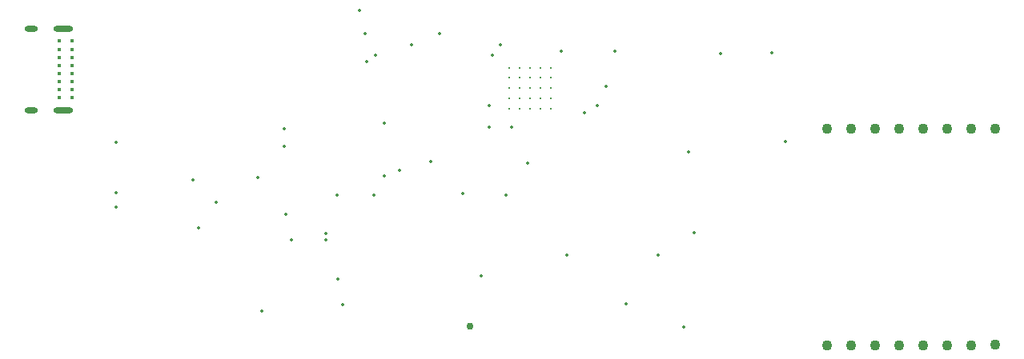
<source format=gbr>
%TF.GenerationSoftware,Altium Limited,Altium Designer,24.10.1 (45)*%
G04 Layer_Color=0*
%FSLAX45Y45*%
%MOMM*%
%TF.SameCoordinates,2EBBFB3B-01A8-4DF5-8D17-AA19E7DB42BB*%
%TF.FilePolarity,Positive*%
%TF.FileFunction,Plated,1,4,PTH,Drill*%
%TF.Part,Single*%
G01*
G75*
%TA.AperFunction,ComponentDrill*%
%ADD99C,1.10000*%
%TA.AperFunction,OtherDrill,Pad Free-2 (78.2mm,34.9mm)*%
%ADD100C,0.76200*%
%TA.AperFunction,ComponentDrill*%
%ADD101C,0.40000*%
%ADD102O,1.40000X0.60000*%
%ADD103O,2.10000X0.60000*%
%TA.AperFunction,ViaDrill,NotFilled*%
%ADD104C,0.35000*%
%ADD105C,0.20000*%
D99*
X11590000Y3290001D02*
D03*
X12098000D02*
D03*
X13114000D02*
D03*
X12860001D02*
D03*
X12606000D02*
D03*
X12352000D02*
D03*
X11844000D02*
D03*
X13367999Y3293999D02*
D03*
Y5579999D02*
D03*
X11590000D02*
D03*
X11844000D02*
D03*
X12098000D02*
D03*
X12352000D02*
D03*
X12606000D02*
D03*
X12860001D02*
D03*
X13114000D02*
D03*
D100*
X7820000Y3490000D02*
D03*
D101*
X3610574Y6510000D02*
D03*
Y6425001D02*
D03*
Y6340003D02*
D03*
Y6254999D02*
D03*
Y6170000D02*
D03*
Y6085002D02*
D03*
Y5999998D02*
D03*
Y5915000D02*
D03*
X3475573D02*
D03*
Y5999998D02*
D03*
Y6085002D02*
D03*
Y6170000D02*
D03*
Y6254999D02*
D03*
Y6340003D02*
D03*
Y6425001D02*
D03*
Y6510000D02*
D03*
D102*
X3174573Y6645001D02*
D03*
Y5779999D02*
D03*
D103*
X3512576Y6645001D02*
D03*
Y5779999D02*
D03*
D104*
X9164000Y5832160D02*
D03*
X8778887Y6404180D02*
D03*
X9164320Y5831840D02*
D03*
X9260000Y6030000D02*
D03*
X9027160Y5748020D02*
D03*
X6720886Y6289863D02*
D03*
X6705200Y6590000D02*
D03*
X6650000Y6840000D02*
D03*
X8020000Y5830000D02*
D03*
X4890000Y5040000D02*
D03*
X4950000Y4530000D02*
D03*
X5130000Y4800000D02*
D03*
X5570000Y5070000D02*
D03*
X8430000Y5220000D02*
D03*
X8200000Y4880000D02*
D03*
X8020000Y5600000D02*
D03*
X7934960Y4023360D02*
D03*
X7737881Y4897120D02*
D03*
X6420000Y3990000D02*
D03*
X9350000Y6400000D02*
D03*
X10469999Y6377498D02*
D03*
X11150000Y5450000D02*
D03*
X11010000Y6390000D02*
D03*
X8840003Y4246880D02*
D03*
X9466580Y3726002D02*
D03*
X6819555Y6364615D02*
D03*
X5867400Y4676140D02*
D03*
X10129520Y5335001D02*
D03*
X8255000Y5595620D02*
D03*
X5615940Y3652520D02*
D03*
X7197882Y6474938D02*
D03*
X8138160Y6469380D02*
D03*
X5854400Y5584403D02*
D03*
X6906372Y5083272D02*
D03*
X6294999Y4471899D02*
D03*
X6471920Y3721100D02*
D03*
X7397501Y5237480D02*
D03*
X6804660Y4879340D02*
D03*
X6908800Y5642859D02*
D03*
X6408420Y4879340D02*
D03*
X7073900Y5140960D02*
D03*
X6294999Y4409999D02*
D03*
X5924398D02*
D03*
X7496642Y6587861D02*
D03*
X8050814Y6364615D02*
D03*
X9806940Y4246880D02*
D03*
X4074201Y4750598D02*
D03*
Y5435798D02*
D03*
Y4908499D02*
D03*
X10185999Y4478020D02*
D03*
X10080000Y3482340D02*
D03*
X5851205Y5400004D02*
D03*
D105*
X8230001Y5790428D02*
D03*
Y5900425D02*
D03*
Y6010427D02*
D03*
Y6120425D02*
D03*
Y6230427D02*
D03*
X8339999Y5790428D02*
D03*
Y5900425D02*
D03*
Y6010427D02*
D03*
Y6120425D02*
D03*
Y6230427D02*
D03*
X8450001Y5790428D02*
D03*
Y5900425D02*
D03*
Y6010427D02*
D03*
Y6120425D02*
D03*
Y6230427D02*
D03*
X8559998Y5790428D02*
D03*
Y5900425D02*
D03*
Y6010427D02*
D03*
Y6120425D02*
D03*
Y6230427D02*
D03*
X8670000Y5790428D02*
D03*
Y5900425D02*
D03*
Y6010427D02*
D03*
Y6120425D02*
D03*
Y6230427D02*
D03*
%TF.MD5,7134d7f6b754177f62d158c470fdf4f8*%
M02*

</source>
